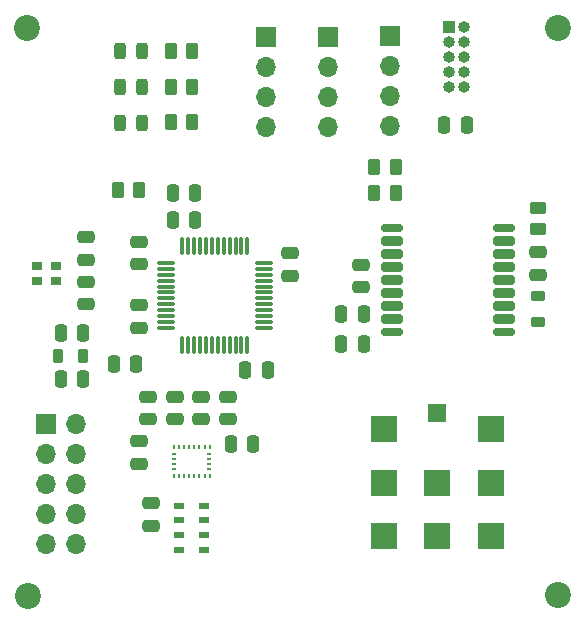
<source format=gbr>
%TF.GenerationSoftware,KiCad,Pcbnew,8.0.3*%
%TF.CreationDate,2024-07-11T15:18:24-04:00*%
%TF.ProjectId,SensorBoard,53656e73-6f72-4426-9f61-72642e6b6963,rev?*%
%TF.SameCoordinates,Original*%
%TF.FileFunction,Soldermask,Top*%
%TF.FilePolarity,Negative*%
%FSLAX46Y46*%
G04 Gerber Fmt 4.6, Leading zero omitted, Abs format (unit mm)*
G04 Created by KiCad (PCBNEW 8.0.3) date 2024-07-11 15:18:24*
%MOMM*%
%LPD*%
G01*
G04 APERTURE LIST*
G04 Aperture macros list*
%AMRoundRect*
0 Rectangle with rounded corners*
0 $1 Rounding radius*
0 $2 $3 $4 $5 $6 $7 $8 $9 X,Y pos of 4 corners*
0 Add a 4 corners polygon primitive as box body*
4,1,4,$2,$3,$4,$5,$6,$7,$8,$9,$2,$3,0*
0 Add four circle primitives for the rounded corners*
1,1,$1+$1,$2,$3*
1,1,$1+$1,$4,$5*
1,1,$1+$1,$6,$7*
1,1,$1+$1,$8,$9*
0 Add four rect primitives between the rounded corners*
20,1,$1+$1,$2,$3,$4,$5,0*
20,1,$1+$1,$4,$5,$6,$7,0*
20,1,$1+$1,$6,$7,$8,$9,0*
20,1,$1+$1,$8,$9,$2,$3,0*%
G04 Aperture macros list end*
%ADD10R,1.700000X1.700000*%
%ADD11O,1.700000X1.700000*%
%ADD12RoundRect,0.250000X-0.250000X-0.475000X0.250000X-0.475000X0.250000X0.475000X-0.250000X0.475000X0*%
%ADD13RoundRect,0.250000X0.475000X-0.250000X0.475000X0.250000X-0.475000X0.250000X-0.475000X-0.250000X0*%
%ADD14RoundRect,0.243750X-0.243750X-0.456250X0.243750X-0.456250X0.243750X0.456250X-0.243750X0.456250X0*%
%ADD15RoundRect,0.250000X-0.262500X-0.450000X0.262500X-0.450000X0.262500X0.450000X-0.262500X0.450000X0*%
%ADD16R,0.230000X0.350000*%
%ADD17R,0.350000X0.230000*%
%ADD18C,2.200000*%
%ADD19RoundRect,0.250000X-0.450000X0.262500X-0.450000X-0.262500X0.450000X-0.262500X0.450000X0.262500X0*%
%ADD20RoundRect,0.250000X-0.475000X0.250000X-0.475000X-0.250000X0.475000X-0.250000X0.475000X0.250000X0*%
%ADD21RoundRect,0.250000X0.250000X0.475000X-0.250000X0.475000X-0.250000X-0.475000X0.250000X-0.475000X0*%
%ADD22RoundRect,0.175000X-0.725000X-0.175000X0.725000X-0.175000X0.725000X0.175000X-0.725000X0.175000X0*%
%ADD23RoundRect,0.200000X-0.700000X-0.200000X0.700000X-0.200000X0.700000X0.200000X-0.700000X0.200000X0*%
%ADD24R,1.000000X1.000000*%
%ADD25O,1.000000X1.000000*%
%ADD26R,0.950000X0.550000*%
%ADD27RoundRect,0.218750X0.218750X0.381250X-0.218750X0.381250X-0.218750X-0.381250X0.218750X-0.381250X0*%
%ADD28RoundRect,0.218750X-0.381250X0.218750X-0.381250X-0.218750X0.381250X-0.218750X0.381250X0.218750X0*%
%ADD29R,0.900000X0.800000*%
%ADD30R,1.500000X1.500000*%
%ADD31R,2.300000X2.300000*%
%ADD32RoundRect,0.075000X-0.662500X-0.075000X0.662500X-0.075000X0.662500X0.075000X-0.662500X0.075000X0*%
%ADD33RoundRect,0.075000X-0.075000X-0.662500X0.075000X-0.662500X0.075000X0.662500X-0.075000X0.662500X0*%
G04 APERTURE END LIST*
D10*
%TO.C,J5*%
X75585000Y-82545000D03*
D11*
X78125000Y-82545000D03*
X75585000Y-85085000D03*
X78125000Y-85085000D03*
X75585000Y-87625000D03*
X78125000Y-87625000D03*
X75585000Y-90165000D03*
X78125000Y-90165000D03*
X75585000Y-92705000D03*
X78125000Y-92705000D03*
%TD*%
D12*
%TO.C,C22*%
X91250000Y-84250000D03*
X93150000Y-84250000D03*
%TD*%
D13*
%TO.C,C21*%
X91000000Y-82150000D03*
X91000000Y-80250000D03*
%TD*%
D14*
%TO.C,D3*%
X81875000Y-57040000D03*
X83750000Y-57040000D03*
%TD*%
D15*
%TO.C,R6*%
X86175000Y-57000000D03*
X88000000Y-57000000D03*
%TD*%
D13*
%TO.C,C5*%
X83500000Y-69000000D03*
X83500000Y-67100000D03*
%TD*%
D16*
%TO.C,U4*%
X86460000Y-84500000D03*
D17*
X86490000Y-85080000D03*
X86490000Y-85510000D03*
X86490000Y-85940000D03*
X86490000Y-86370000D03*
D16*
X86460000Y-86950000D03*
X86890000Y-86950000D03*
X87320000Y-86950000D03*
X87750000Y-86950000D03*
X88180000Y-86950000D03*
X88610000Y-86950000D03*
X89040000Y-86950000D03*
X89470000Y-86950000D03*
D17*
X89440000Y-86370000D03*
X89440000Y-85940000D03*
X89440000Y-85510000D03*
X89440000Y-85080000D03*
D16*
X89470000Y-84500000D03*
X89040000Y-84500000D03*
X88610000Y-84500000D03*
X88180000Y-84500000D03*
X87750000Y-84500000D03*
X87320000Y-84500000D03*
X86890000Y-84500000D03*
%TD*%
D12*
%TO.C,C17*%
X81350000Y-77500000D03*
X83250000Y-77500000D03*
%TD*%
%TO.C,C8*%
X78750000Y-78750000D03*
X76850000Y-78750000D03*
%TD*%
D10*
%TO.C,J3*%
X99500000Y-49750000D03*
D11*
X99500000Y-52290000D03*
X99500000Y-54830000D03*
X99500000Y-57370000D03*
%TD*%
D18*
%TO.C,H2*%
X74000000Y-49000000D03*
%TD*%
D14*
%TO.C,D1*%
X81875000Y-50960000D03*
X83750000Y-50960000D03*
%TD*%
D19*
%TO.C,R9*%
X117250000Y-64250000D03*
X117250000Y-66075000D03*
%TD*%
D12*
%TO.C,C2*%
X86350000Y-65250000D03*
X88250000Y-65250000D03*
%TD*%
D18*
%TO.C,H4*%
X119000000Y-97000000D03*
%TD*%
D20*
%TO.C,C10*%
X79000000Y-66750000D03*
X79000000Y-68650000D03*
%TD*%
D21*
%TO.C,C9*%
X111250000Y-57250000D03*
X109350000Y-57250000D03*
%TD*%
D10*
%TO.C,J4*%
X94250000Y-49750000D03*
D11*
X94250000Y-52290000D03*
X94250000Y-54830000D03*
X94250000Y-57370000D03*
%TD*%
D12*
%TO.C,C1*%
X86350000Y-63000000D03*
X88250000Y-63000000D03*
%TD*%
D13*
%TO.C,C6*%
X83500000Y-74400000D03*
X83500000Y-72500000D03*
%TD*%
D22*
%TO.C,U3*%
X104880000Y-65980000D03*
D23*
X104880000Y-67080000D03*
X104880000Y-68180000D03*
X104880000Y-69280000D03*
X104880000Y-70380000D03*
X104880000Y-71480000D03*
X104880000Y-72580000D03*
X104880000Y-73680000D03*
D22*
X104880000Y-74780000D03*
X114380000Y-74780000D03*
D23*
X114380000Y-73680000D03*
X114380000Y-72580000D03*
X114380000Y-71480000D03*
X114380000Y-70380000D03*
X114380000Y-69280000D03*
X114380000Y-68180000D03*
X114380000Y-67080000D03*
D22*
X114380000Y-65980000D03*
%TD*%
D18*
%TO.C,H3*%
X74121320Y-97121320D03*
%TD*%
D24*
%TO.C,J1*%
X109730000Y-48920000D03*
D25*
X111000000Y-48920000D03*
X109730000Y-50190000D03*
X111000000Y-50190000D03*
X109730000Y-51460000D03*
X111000000Y-51460000D03*
X109730000Y-52730000D03*
X111000000Y-52730000D03*
X109730000Y-54000000D03*
X111000000Y-54000000D03*
%TD*%
D15*
%TO.C,R4*%
X103425000Y-60750000D03*
X105250000Y-60750000D03*
%TD*%
%TO.C,R2*%
X86175000Y-51000000D03*
X88000000Y-51000000D03*
%TD*%
D13*
%TO.C,C19*%
X83500000Y-85900000D03*
X83500000Y-84000000D03*
%TD*%
%TO.C,C11*%
X79000000Y-72400000D03*
X79000000Y-70500000D03*
%TD*%
D26*
%TO.C,U2*%
X86850000Y-89450000D03*
X86850000Y-90700000D03*
X86850000Y-91950000D03*
X86850000Y-93200000D03*
X89000000Y-93200000D03*
X89000000Y-91950000D03*
X89000000Y-90700000D03*
X89000000Y-89450000D03*
%TD*%
D15*
%TO.C,R5*%
X103425000Y-63000000D03*
X105250000Y-63000000D03*
%TD*%
D27*
%TO.C,FB1*%
X78750000Y-76750000D03*
X76625000Y-76750000D03*
%TD*%
D20*
%TO.C,C16*%
X117250000Y-68000000D03*
X117250000Y-69900000D03*
%TD*%
%TO.C,C12*%
X84500000Y-89250000D03*
X84500000Y-91150000D03*
%TD*%
D21*
%TO.C,C7*%
X78750000Y-74875000D03*
X76850000Y-74875000D03*
%TD*%
D14*
%TO.C,D2*%
X81875000Y-54000000D03*
X83750000Y-54000000D03*
%TD*%
D28*
%TO.C,L1*%
X117250000Y-71750000D03*
X117250000Y-73875000D03*
%TD*%
D13*
%TO.C,C20*%
X88750000Y-82150000D03*
X88750000Y-80250000D03*
%TD*%
D18*
%TO.C,H1*%
X119000000Y-49000000D03*
%TD*%
D13*
%TO.C,C18*%
X84250000Y-82150000D03*
X84250000Y-80250000D03*
%TD*%
D21*
%TO.C,C15*%
X102500000Y-73250000D03*
X100600000Y-73250000D03*
%TD*%
D10*
%TO.C,J2*%
X104750000Y-49720000D03*
D11*
X104750000Y-52260000D03*
X104750000Y-54800000D03*
X104750000Y-57340000D03*
%TD*%
D29*
%TO.C,Y1*%
X76500000Y-69150000D03*
X74850000Y-69150000D03*
X74850000Y-70400000D03*
X76500000Y-70400000D03*
%TD*%
D21*
%TO.C,C14*%
X102500000Y-75750000D03*
X100600000Y-75750000D03*
%TD*%
D13*
%TO.C,C23*%
X86500000Y-82150000D03*
X86500000Y-80250000D03*
%TD*%
D15*
%TO.C,R1*%
X81675000Y-62750000D03*
X83500000Y-62750000D03*
%TD*%
D21*
%TO.C,C4*%
X94400000Y-78000000D03*
X92500000Y-78000000D03*
%TD*%
D30*
%TO.C,Antenna1*%
X108750000Y-81600000D03*
D31*
X113250000Y-83000000D03*
X104250000Y-83000000D03*
X113250000Y-87500000D03*
X108750000Y-87500000D03*
X104250000Y-87500000D03*
X113250000Y-92000000D03*
X108750000Y-92000000D03*
X104250000Y-92000000D03*
%TD*%
D20*
%TO.C,C3*%
X96250000Y-68100000D03*
X96250000Y-70000000D03*
%TD*%
D15*
%TO.C,R3*%
X86175000Y-54000000D03*
X88000000Y-54000000D03*
%TD*%
D32*
%TO.C,U1*%
X85750000Y-68912500D03*
X85750000Y-69412500D03*
X85750000Y-69912500D03*
X85750000Y-70412500D03*
X85750000Y-70912500D03*
X85750000Y-71412500D03*
X85750000Y-71912500D03*
X85750000Y-72412500D03*
X85750000Y-72912500D03*
X85750000Y-73412500D03*
X85750000Y-73912500D03*
X85750000Y-74412500D03*
D33*
X87162500Y-75825000D03*
X87662500Y-75825000D03*
X88162500Y-75825000D03*
X88662500Y-75825000D03*
X89162500Y-75825000D03*
X89662500Y-75825000D03*
X90162500Y-75825000D03*
X90662500Y-75825000D03*
X91162500Y-75825000D03*
X91662500Y-75825000D03*
X92162500Y-75825000D03*
X92662500Y-75825000D03*
D32*
X94075000Y-74412500D03*
X94075000Y-73912500D03*
X94075000Y-73412500D03*
X94075000Y-72912500D03*
X94075000Y-72412500D03*
X94075000Y-71912500D03*
X94075000Y-71412500D03*
X94075000Y-70912500D03*
X94075000Y-70412500D03*
X94075000Y-69912500D03*
X94075000Y-69412500D03*
X94075000Y-68912500D03*
D33*
X92662500Y-67500000D03*
X92162500Y-67500000D03*
X91662500Y-67500000D03*
X91162500Y-67500000D03*
X90662500Y-67500000D03*
X90162500Y-67500000D03*
X89662500Y-67500000D03*
X89162500Y-67500000D03*
X88662500Y-67500000D03*
X88162500Y-67500000D03*
X87662500Y-67500000D03*
X87162500Y-67500000D03*
%TD*%
D13*
%TO.C,C13*%
X102250000Y-70950000D03*
X102250000Y-69050000D03*
%TD*%
M02*

</source>
